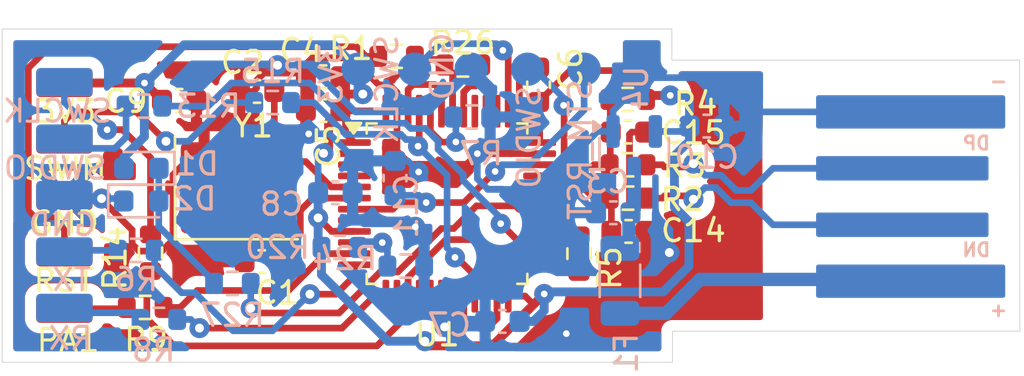
<source format=kicad_pcb>
(kicad_pcb (version 20241229) (generator "pcbnew") (generator_version "9.0")
  (layers (0 "F.Cu" signal "Front") (2 "B.Cu" signal "Back") (13 "F.Paste" user) (15 "B.Paste" user) (5 "F.SilkS" user "F.Silkscreen") (7 "B.SilkS" user "B.Silkscreen") (1 "F.Mask" user) (3 "B.Mask" user) (25 "Edge.Cuts" user))
  (net 0 "")
  (net 1 "/OSC_OUT")
  (net 2 "Earth")
  (net 3 "/OSC_IN?")
  (net 4 "+5V")
  (net 5 "+3V3")
  (net 6 "/STM_RST")
  (net 7 "/USB_N")
  (net 8 "/USB_P")
  (net 9 "Net-(D1-K)")
  (net 10 "/STLINK_RX")
  (net 11 "Net-(J2-Pin_2)")
  (net 12 "/STLINK_TX")
  (net 13 "Net-(J2-Pin_4)")
  (net 14 "Net-(J2-Pin_3)")
  (net 15 "/SWDIO")
  (net 16 "/SWCLK")
  (net 17 "/T_NRST")
  (net 18 "/T_SWDIO_IN")
  (net 19 "/T_JTMS")
  (net 20 "Net-(U1-BOOT0)")
  (net 21 "/T_JTCK")
  (net 22 "/T_SWIM")
  (net 23 "/AIN1")
  (net 24 "Net-(U1-PB5)")
  (net 25 "/LED_STLINK")
  (net 29 "Net-(U1-PB7)")
  (net 32 "/T_JTDI")
  (net 33 "/T_JTDO")
  (net 35 "/T_JRST")
  (net 38 "/T_SWO")
  (net 40 "/PB11")
  (net 42 "Net-(J1-Pin_1)")
  (net 43 "/D+")
  (net 44 "/D-")
  (net 45 "Net-(J2-Pin_10)")
  (net 46 "Net-(J2-Pin_8)")
  (net 47 "Net-(J2-Pin_7)")
  (net 48 "/Pin_navic")
  (net 49 "Net-(J2-Pin_9)")
  (footprint "Resistor_SMD:R_0603_1608Metric" (layer "F.Cu") (at 52.549239 32.799239 180)
    (property "Reference" "R4")
    (property "Value" "1K8")
  )
  (footprint "Capacitor_SMD:C_0603_1608Metric" (layer "F.Cu") (at 38.859239 31.779239 180)
    (property "Reference" "C4")
    (property "Value" "100nF/6v")
  )
  (footprint "Resistor_SMD:R_0603_1608Metric" (layer "F.Cu") (at 45.14 31.25)
    (property "Reference" "R26")
    (property "Value" "220R")
  )
  (footprint "Capacitor_SMD:C_0603_1608Metric" (layer "F.Cu") (at 32.39 32.84)
    (property "Reference" "C9")
    (property "Value" "4.7uF/6v")
  )
  (footprint "Capacitor_SMD:C_0603_1608Metric" (layer "F.Cu") (at 52.59 38.74)
    (property "Reference" "C14")
    (property "Value" "47pF/6v")
  )
  (footprint "Resistor_SMD:R_0603_1608Metric" (layer "F.Cu") (at 30.86 42.16)
    (property "Reference" "R9")
    (property "Value" "100R")
  )
  (footprint "Connector_IDC:Untitled" (layer "F.Cu") (at 30.73 36.56)
    (property "Reference" "J2" (hide yes))
    (property "Value" "Conn_02x05_Odd_Even" (hide yes))
  )
  (footprint "Resistor_SMD:R_0603_1608Metric" (layer "F.Cu") (at 31.1 39.7 90)
    (property "Reference" "R14")
    (property "Value" "100R")
  )
  (footprint "Capacitor_SMD:C_0603_1608Metric" (layer "F.Cu") (at 36.1 40.1)
    (property "Reference" "C1")
    (property "Value" "20pF/6v")
  )
  (footprint "Resistor_SMD:R_0603_1608Metric" (layer "F.Cu") (at 42.159239 30.859239)
    (property "Reference" "R1")
    (property "Value" "100R")
  )
  (footprint "Capacitor_SMD:C_0603_1608Metric" (layer "F.Cu") (at 35.89 32.44)
    (property "Reference" "C2")
    (property "Value" "20pF/6v")
  )
  (footprint "Resistor_SMD:R_0603_1608Metric" (layer "F.Cu") (at 50.36 39.74 -90)
    (property "Reference" "R5")
    (property "Value" "100R")
  )
  (footprint "Capacitor_SMD:C_0603_1608Metric" (layer "F.Cu") (at 38.859239 33.299239 180)
    (property "Reference" "C5")
    (property "Value" "100nF/6v")
  )
  (footprint "Resistor_SMD:R_0603_1608Metric" (layer "F.Cu") (at 52.565 37.24 180)
    (property "Reference" "R2")
    (property "Value" "22R")
  )
  (footprint "Crystal:Crystal_SMD_3225-4Pin_3.2x2.5mm_HandSoldering" (layer "F.Cu") (at 34.96 36.78)
    (property "Reference" "Y1")
    (property "Value" "Crystal_GND24")
  )
  (footprint "Capacitor_SMD:C_0603_1608Metric" (layer "F.Cu") (at 48.54 32.14 90)
    (property "Reference" "C6")
    (property "Value" "100nF/6v")
  )
  (footprint "Package_QFP:LQFP-48_7x7mm_P0.5mm" (layer "F.Cu") (at 44.4275 37.49)
    (property "Reference" "U1")
    (property "Value" "STM32F103CBTx")
  )
  (footprint "Capacitor_SMD:C_0603_1608Metric" (layer "F.Cu") (at 52.559239 34.269239)
    (property "Reference" "C15")
    (property "Value" "47pF/6v")
  )
  (footprint "Resistor_SMD:R_0603_1608Metric" (layer "F.Cu") (at 52.565 35.74 180)
    (property "Reference" "R3")
    (property "Value" "22R")
  )
  (footprint "Resistor_SMD:R_1206_3216Metric" (layer "B.Cu") (at 52.2 40.9625 90)
    (property "Reference" "F1")
    (property "Value" "500mA")
  )
  (footprint "LED_SMD:LED_0603_1608Metric" (layer "B.Cu") (at 30.69 35.9 180)
    (property "Reference" "D1")
    (property "Value" "LED")
  )
  (footprint "Connector_IDC:Untitled_3" (layer "B.Cu") (at 45.43 33.94 -90)
    (property "Reference" "J3" (hide yes))
    (property "Value" "Conn_01x05" (hide yes))
  )
  (footprint "Resistor_SMD:R_0603_1608Metric" (layer "B.Cu") (at 30.46 39.59 180)
    (property "Reference" "R6")
    (property "Value" "100R")
  )
  (footprint "Capacitor_SMD:C_0603_1608Metric" (layer "B.Cu") (at 56.1 34)
    (property "Reference" "C10")
    (property "Value" "100nF/6v")
  )
  (footprint "Resistor_SMD:R_0603_1608Metric" (layer "B.Cu") (at 45.54 33.59)
    (property "Reference" "R7")
    (property "Value" "0")
  )
  (footprint "Resistor_SMD:R_0603_1608Metric" (layer "B.Cu") (at 34.78 41.08)
    (property "Reference" "R27")
    (property "Value" "1K")
  )
  (footprint "Connector_USB:USB_A_PCB_traces_small" (layer "B.Cu") (at 70.115 37.17 180)
    (property "Reference" "J1" (hide yes))
    (property "Value" "Conn_01x04_Pin" (hide yes))
  )
  (footprint "Capacitor_SMD:C_0603_1608Metric" (layer "B.Cu") (at 46.914239 42.789239 180)
    (property "Reference" "C7")
    (property "Value" "100nF/6v")
  )
  (footprint "Capacitor_SMD:C_0603_1608Metric" (layer "B.Cu") (at 42.09 36.34 -90)
    (property "Reference" "C11")
    (property "Value" "100nF/6v")
  )
  (footprint "Resistor_SMD:R_0603_1608Metric" (layer "B.Cu") (at 42.575 40.3 180)
    (property "Reference" "R24")
    (property "Value" "10k")
  )
  (footprint "Capacitor_SMD:C_0603_1608Metric" (layer "B.Cu") (at 51.9 37.9 180)
    (property "Reference" "C3")
    (property "Value" "100nF/6v")
  )
  (footprint "Resistor_SMD:R_0603_1608Metric" (layer "B.Cu") (at 39.609239 39.459239)
    (property "Reference" "R20")
    (property "Value" "10k")
  )
  (footprint "Capacitor_SMD:C_0603_1608Metric" (layer "B.Cu") (at 39.409239 36.999239)
    (property "Reference" "C8")
    (property "Value" "100nF/6v")
  )
  (footprint "Resistor_SMD:R_0603_1608Metric" (layer "B.Cu") (at 31.475 42.7 180)
    (property "Reference" "R8")
    (property "Value" "100R")
  )
  (footprint "Resistor_SMD:R_0603_1608Metric" (layer "B.Cu") (at 36.59 32.94)
    (property "Reference" "R15")
    (property "Value" "100R")
  )
  (footprint "LED_SMD:LED_0603_1608Metric" (layer "B.Cu") (at 30.6825 37.37)
    (property "Reference" "D2")
    (property "Value" "LED")
  )
  (footprint "Package_TO_SOT_SMD:SOT-23" (layer "B.Cu") (at 52.84 35.1775 -90)
    (property "Reference" "U4")
    (property "Value" "MCP1700x-330xxTT")
  )
  (footprint "Resistor_SMD:R_0603_1608Metric" (layer "B.Cu") (at 30.8 33.1 180)
    (property "Reference" "R13")
    (property "Value" "100R")
  )
  (gr_line (start 54.560761 44.630761) (end 24.430761 44.630761) (stroke (width 0.0381)) (layer "Edge.Cuts"))
  (gr_line (start 54.530761 29.630761) (end 24.430761 29.630761) (stroke (width 0.0381)) (layer "Edge.Cuts"))
  (gr_line (start 70.160761 31.030761) (end 70.170761 43.230761) (stroke (width 0.0381)) (layer "Edge.Cuts"))
  (gr_line (start 70.170761 43.230761) (end 54.560761 43.230761) (stroke (width 0.0381)) (layer "Edge.Cuts"))
  (gr_line (start 24.430761 44.630761) (end 24.430761 29.630761) (stroke (width 0.0381)) (layer "Edge.Cuts"))
  (gr_line (start 70.160761 31.030761) (end 54.530761 31.030761) (stroke (width 0.0381)) (layer "Edge.Cuts"))
  (gr_line (start 54.530761 31.030761) (end 54.530761 29.630761) (stroke (width 0.0381)) (layer "Edge.Cuts"))
  (gr_line (start 54.560761 44.630761) (end 54.560761 43.230761) (stroke (width 0.0381)) (layer "Edge.Cuts"))
  (gr_text "SWIM" (at 25.32 36.5 0) (layer "F.SilkS") (effects (font (size 1 1) (thickness 0.14)) (justify left bottom)))
  (gr_text "PA1" (at 25.9 44.230761 0) (layer "F.SilkS") (effects (font (size 1 1) (thickness 0.14)) (justify left bottom)))
  (gr_text "3V3" (at 25.8 33.93 0) (layer "F.SilkS") (effects (font (size 1 1) (thickness 0.14)) (justify left bottom)))
  (gr_text "RST" (at 25.76 41.53 0) (layer "F.SilkS") (effects (font (size 1 1) (thickness 0.14)) (justify left bottom)))
  (gr_text "GND" (at 25.64 38.94 0) (layer "F.SilkS") (effects (font (size 1 1) (thickness 0.14)) (justify left bottom)))
  (gr_text "TX" (at 28.5 41.5 0) (layer "B.SilkS") (effects (font (size 1 1) (thickness 0.14)) (justify left bottom mirror)))
  (gr_text "GND" (at 44.8 29.7 90) (layer "B.SilkS") (effects (font (size 1 1) (thickness 0.14)) (justify left bottom mirror)))
  (gr_text "SWCLK" (at 42.3 29.8 90) (layer "B.SilkS") (effects (font (size 1 1) (thickness 0.14)) (justify left bottom mirror)))
  (gr_text "RX" (at 28.57 44.14 0) (layer "B.SilkS") (effects (font (size 1 1) (thickness 0.14)) (justify left bottom mirror)))
  (gr_text "STM_RST" (at 51 31.8 90) (layer "B.SilkS") (effects (font (size 1 1) (thickness 0.14)) (justify left bottom mirror)))
  (gr_text "SWDIO" (at 29.22 36.47 0) (layer "B.SilkS") (effects (font (size 1 1) (thickness 0.14)) (justify left bottom mirror)))
  (gr_text "SWCLK" (at 29.46 33.91 0) (layer "B.SilkS") (effects (font (size 1 1) (thickness 0.14)) (justify left bottom mirror)))
  (gr_text "SWDIO" (at 48.7 32.1 90) (layer "B.SilkS") (effects (font (size 1 1) (thickness 0.14)) (justify left bottom mirror)))
  (gr_text "3V3" (at 39.8 30.2 90) (layer "B.SilkS") (effects (font (size 1 1) (thickness 0.14)) (justify left bottom mirror)))
  (gr_text "GND" (at 28.75 39.02 0) (layer "B.SilkS") (effects (font (size 1 1) (thickness 0.14)) (justify left bottom mirror)))
  (segment (start 37.46587 39.181) (end 37.833239 38.813631) (width 0.3) (layer "F.Cu") (net 1))
  (segment (start 37.02 40.155) (end 37.02 39.181) (width 0.3) (layer "F.Cu") (net 1))
  (segment (start 33.51 37.93) (end 34.761 39.181) (width 0.3) (layer "F.Cu") (net 1))
  (segment (start 38.392237 37.24) (end 40.265 37.24) (width 0.3) (layer "F.Cu") (net 1))
  (segment (start 34.761 39.181) (end 37.02 39.181) (width 0.3) (layer "F.Cu") (net 1))
  (segment (start 37.833239 38.813631) (end 37.833239 37.798998) (width 0.3) (layer "F.Cu") (net 1))
  (segment (start 37.02 39.181) (end 37.46587 39.181) (width 0.3) (layer "F.Cu") (net 1))
  (segment (start 37.833239 37.798998) (end 38.392237 37.24) (width 0.3) (layer "F.Cu") (net 1))
  (segment (start 45.309239 35.719239) (end 45.788478 35.24) (width 0.3) (layer "F.Cu") (net 2))
  (segment (start 42.706761 38.24) (end 40.265 38.24) (width 0.3) (layer "F.Cu") (net 2))
  (segment (start 33.98 32.84) (end 34.38 32.44) (width 0.3) (layer "F.Cu") (net 2))
  (segment (start 36.809239 31.259239) (end 36.809239 31.564) (width 0.3) (layer "F.Cu") (net 2))
  (segment (start 46.6775 41.6525) (end 46.6775 42.656739) (width 0.3) (layer "F.Cu") (net 2))
  (segment (start 27.35 37.26) (end 27.23 37.14) (width 0.3) (layer "F.Cu") (net 2))
  (segment (start 30.274 39.308774) (end 30.591226 39.626) (width 0.3) (layer "F.Cu") (net 2))
  (segment (start 30.274 38.674) (end 30.274 39.308774) (width 0.3) (layer "F.Cu") (net 2))
  (segment (start 42.769239 35.719239) (end 43.169239 35.719239) (width 0.3) (layer "F.Cu") (net 2))
  (segment (start 38.315 33.44) (end 38.315 31.614) (width 0.3) (layer "F.Cu") (net 2))
  (segment (start 54.419239 39.689239) (end 53.440761 39.689239) (width 0.3) (layer "F.Cu") (net 2))
  (segment (start 45.788478 35.24) (end 45.79 35.24) (width 0.3) (layer "F.Cu") (net 2))
  (segment (start 52.629 38.429) (end 52.94 38.74) (width 0.3) (layer "F.Cu") (net 2))
  (segment (start 36.195178 31.614) (end 35.864 31.945178) (width 0.3) (layer "F.Cu") (net 2))
  (segment (start 36.759239 31.614) (end 36.195178 31.614) (width 0.3) (layer "F.Cu") (net 2))
  (segment (start 38.315 31.614) (end 36.759239 31.614) (width 0.3) (layer "F.Cu") (net 2))
  (segment (start 46.315 43.019239) (end 45.702205 43.019239) (width 0.3) (layer "F.Cu") (net 2))
  (segment (start 32.67 35.63) (end 33.51 35.63) (width 0.3) (layer "F.Cu") (net 2))
  (segment (start 36.41 37.93) (end 36.23 37.93) (width 0.3) (layer "F.Cu") (net 2))
  (segment (start 28.9 37.3) (end 30.274 38.674) (width 0.3) (layer "F.Cu") (net 2))
  (segment (start 44.320392 43.037177) (end 44.33833 43.019239) (width 0.3) (layer "F.Cu") (net 2))
  (segment (start 33.51 34.10148) (end 33.165 33.75648) (width 0.3) (layer "F.Cu") (net 2))
  (segment (start 53.440761 39.689239) (end 53.365 39.765) (width 0.3) (layer "F.Cu") (net 2))
  (segment (start 43 38.533239) (end 42.706761 38.24) (width 0.3) (layer "F.Cu") (net 2))
  (segment (start 38.209239 33.545761) (end 38.315 33.44) (width 0.3) (layer "F.Cu") (net 2))
  (segment (start 52.730761 34.269239) (end 52.629 34.371) (width 0.3) (layer "F.Cu") (net 2))
  (segment (start 40.144465 30.929239) (end 41.360206 32.14498) (width 0.3) (layer "F.Cu") (net 2))
  (segment (start 36.809239 31.564) (end 36.759239 31.614) (width 0.3) (layer "F.Cu") (net 2))
  (segment (start 47.279239 34.708727) (end 47.6785 34.309466) (width 0.3) (layer "F.Cu") (net 2))
  (segment (start 42.1775 35.1275) (end 42.769239 35.719239) (width 0.3) (layer "F.Cu") (net 2))
  (segment (start 47.835 31.365) (end 48.54 31.365) (width 0.3) (layer "F.Cu") (net 2))
  (segment (start 38.209239 34.349239) (end 38.209239 33.545761) (width 0.3) (layer "F.Cu") (net 2))
  (segment (start 47.6785 34.309466) (end 47.6785 31.5215) (width 0.3) (layer "F.Cu") (net 2))
  (segment (start 43.150639 35.737839) (end 43.169239 35.719239) (width 0.3) (layer "F.Cu") (net 2))
  (segment (start 38.084239 31.959239) (end 38.084239 31.215761) (width 0.3) (layer "F.Cu") (net 2))
  (segment (start 46.98 35.24) (end 48.59 35.24) (width 0.3) (layer "F.Cu") (net 2))
  (segment (start 45.1775 43.019239) (end 45.1775 41.6525) (width 0.3) (layer "F.Cu") (net 2))
  (segment (start 35.718478 32.44) (end 35.115 32.44) (width 0.3) (layer "F.Cu") (net 2))
  (segment (start 33.93 35.63) (end 33.51 35.63) (width 0.3) (layer "F.Cu") (net 2))
  (segment (start 47.6785 31.5215) (end 47.835 31.365) (width 0.3) (layer "F.Cu") (net 2))
  (segment (start 28.9 37.26) (end 28.9 37.3) (width 0.3) (layer "F.Cu") (net 2))
  (segment (start 53.09 40.04) (end 50.915 42.215) (width 0.3) (layer "F.Cu") (net 2))
  (segment (start 42.1775 33.3275) (end 42.1775 35.1275) (width 0.3) (layer "F.Cu") (net 2))
  (segment (start 43.150639 36.063383) (end 43.150639 35.737839) (width 0.3) (layer "F.Cu") (net 2))
  (segment (start 50.915 42.215) (end 49.79 43.34) (width 0.3) (layer "F.Cu") (net 2))
  (segment (start 34.38 32.44) (end 35.115 32.44) (width 0.3) (layer "F.Cu") (net 2))
  (segment (start 43.169239 35.719239) (end 45.309239 35.719239) (width 0.3) (layer "F.Cu") (net 2))
  (segment (start 38.370761 30.929239) (end 40.144465 30.929239) (width 0.3) (layer "F.Cu") (net 2))
  (segment (start 53.365 39.765) (end 53.365 38.74) (width 0.3) (layer "F.Cu") (net 2))
  (segment (start 28.9 37.26) (end 27.35 37.26) (width 0.3) (layer "F.Cu") (net 2))
  (segment (start 32.109 36.191) (end 32.67 35.63) (width 0.3) (layer "F.Cu") (net 2))
  (segment (start 32.109 39.125774) (end 32.109 36.191) (width 0.3) (layer "F.Cu") (net 2))
  (segment (start 30.591226 39.626) (end 31.608774 39.626) (width 0.3) (layer "F.Cu") (net 2))
  (segment (start 33.51 35.63) (end 33.51 34.10148) (width 0.3) (layer "F.Cu") (net 2))
  (segment (start 52.94 38.74) (end 53.365 38.74) (width 0.3) (layer "F.Cu") (net 2))
  (segment (start 33.165 32.84) (end 33.98 32.84) (width 0.3) (layer "F.Cu") (net 2))
  (segment (start 47.279239 35.24) (end 47.279239 34.708727) (width 0.3) (layer "F.Cu") (net 2))
  (segment (start 31.867387 39.367387) (end 32.109 39.125774) (width 0.3) (layer "F.Cu") (net 2))
  (segment (start 38.084239 31.215761) (end 38.370761 30.929239) (width 0.3) (layer "F.Cu") (net 2))
  (segment (start 33.165 32.84) (end 33.165 33.75648) (width 0.3) (layer "F.Cu") (net 2))
  (segment (start 45.79 35.24) (end 46.98 35.24) (width 0.3) (layer "F.Cu") (net 2))
  (segment (start 53.09 40.04) (end 53.365 39.765) (width 0.3) (layer "F.Cu") (net 2))
  (segment (start 36.23 37.93) (end 33.93 35.63) (width 0.3) (layer "F.Cu") (net 2))
  (segment (start 35.325 40.1) (end 32.6 40.1) (width 0.3) (layer "F.Cu") (net 2))
  (segment (start 35.864 32.294478) (end 35.718478 32.44) (width 0.3) (layer "F.Cu") (net 2))
  (segment (start 45.702205 43.019239) (end 45.1775 43.019239) (width 0.3) (layer "F.Cu") (net 2))
  (segment (start 41.360206 32.14498) (end 41.837014 32.14498) (width 0.3) (layer "F.Cu") (net 2))
  (segment (start 46.6775 42.656739) (end 46.315 43.019239) (width 0.3) (layer "F.Cu") (net 2))
  (segment (start 41.837014 32.14498) (end 42.1775 32.485466) (width 0.3) (layer "F.Cu") (net 2))
  (segment (start 52.629 34.371) (end 52.629 38.429) (width 0.3) (layer "F.Cu") (net 2))
  (segment (start 32.6 40.1) (end 31.867387 39.367387) (width 0.3) (layer "F.Cu") (net 2))
  (segment (start 31.608774 39.626) (end 31.867387 39.367387) (width 0.3) (layer "F.Cu") (net 2))
  (segment (start 42.1775 32.485466) (end 42.1775 33.3275) (width 0.3) (layer "F.Cu") (net 2))
  (segment (start 53.334239 34.269239) (end 52.730761 34.269239) (width 0.3) (layer "F.Cu") (net 2))
  (segment (start 44.33833 43.019239) (end 45.702205 43.019239) (width 0.3) (layer "F.Cu") (net 2))
  (segment (start 35.864 31.945178) (end 35.864 32.294478) (width 0.3) (layer "F.Cu") (net 2))
  (via (at 44.320392 43.037177) (size 0.9) (drill 0.4) (layers "F.Cu" "B.Cu") (net 2))
  (via (at 43.150639 36.063383) (size 0.9) (drill 0.3) (layers "F.Cu" "B.Cu") (net 2))
  (via (at 45.79 35.24) (size 0.9) (drill 0.3) (layers "F.Cu" "B.Cu") (net 2))
  (via (at 49.79 43.34) (size 0.9) (drill 0.3) (layers "F.Cu" "B.Cu") (net 2))
  (via (at 36.809239 31.259239) (size 0.9) (drill 0.4) (layers "F.Cu" "B.Cu") (net 2))
  (via (at 28.9 37.26) (size 0.9) (drill 0.4) (layers "F.Cu" "B.Cu") (net 2))
  (via (at 38.209239 34.349239) (size 0.9) (drill 0.3) (layers "F.Cu" "B.Cu") (net 2))
  (via (at 54.419239 39.689239) (size 0.9) (drill 0.4) (layers "F.Cu" "B.Cu") (net 2))
  (via (at 43 38.533239) (size 0.9) (drill 0.3) (layers "F.Cu" "B.Cu") (net 2))
  (segment (start 27.23 37.1) (end 27.39 37.26) (width 0.3) (layer "B.Cu") (net 2))
  (segment (start 51.125 37.9) (end 49.34 36.115) (width 0.3) (layer "B.Cu") (net 2))
  (segment (start 43.3 38.833239) (end 43.3 40.2) (width 0.3) (layer "B.Cu") (net 2))
  (segment (start 49.315 36.115) (end 48.580761 36.849239) (width 0.3) (layer "B.Cu") (net 2))
  (segment (start 45.51 31.44) (end 45.51 31.81) (width 0.3) (layer "B.Cu") (net 2))
  (segment (start 29.785 37.26) (end 29.895 37.37) (width 0.3) (layer "B.Cu") (net 2))
  (segment (start 57.715 33.36) (end 57.715 33.885) (width 0.3) (layer "B.Cu") (net 2))
  (segment (start 42.665 35.565) (end 42.09 35.565) (width 0.3) (layer "B.Cu") (net 2))
  (segment (start 57.4 34.2) (end 56.875 34.2) (width 0.3) (layer "B.Cu") (net 2))
  (segment (start 40.7 38.4) (end 40.184239 37.884239) (width 0.3) (layer "B.Cu") (net 2))
  (segment (start 51.89 33.31) (end 51.89 34.24) (width 0.3) (layer "B.Cu") (net 2))
  (segment (start 46.415 32.715) (end 46.415 34.637052) (width 0.3) (layer "B.Cu") (net 2))
  (segment (start 57.715 33.36) (end 56.174 31.819) (width 0.3) (layer "B.Cu") (net 2))
  (segment (start 43.589761 33.360239) (end 40.311309 33.360239) (width 0.3) (layer "B.Cu") (net 2))
  (segment (start 27.66 37.26) (end 27.5 37.1) (width 0.3) (layer "B.Cu") (net 2))
  (segment (start 43.150639 36.050639) (end 42.665 35.565) (width 0.3) (layer "B.Cu") (net 2))
  (segment (start 45.789 35.263052) (end 45.789 36.371786) (width 0.3) (layer "B.Cu") (net 2))
  (segment (start 43 38.533239) (end 43.3 38.833239) (width 0.3) (layer "B.Cu") (net 2))
  (segment (start 40.184239 37.884239) (end 40.184239 36.999239) (width 0.3) (layer "B.Cu") (net 2))
  (segment (start 46.139239 43.539239) (end 46.139239 42.789239) (width 0.3) (layer "B.Cu") (net 2))
  (segment (start 51.19 34.24) (end 49.315 36.115) (width 0.3) (layer "B.Cu") (net 2))
  (segment (start 38.209239 34.349239) (end 39.140719 34.349239) (width 0.3) (layer "B.Cu") (net 2))
  (segment (start 45.51 31.81) (end 46.415 32.715) (width 0.3) (layer "B.Cu") (net 2))
  (segment (start 46.266453 36.849239) (end 46.258214 36.841) (width 0.3) (layer "B.Cu") (net 2))
  (segment (start 45.839478 43.089) (end 46.139239 42.789239) (width 0.3) (layer "B.Cu") (net 2))
  (segment (start 56.174 31.819) (end 53.381 31.819) (width 0.3) (layer "B.Cu") (net 2))
  (segment (start 27.39 37.26) (end 29.785 37.26) (width 0.3) (layer "B.Cu") (net 2))
  (segment (start 44.320392 43.037177) (end 44.372215 43.089) (width 0.3) (layer "B.Cu") (net 2))
  (segment (start 46.921786 36.841) (end 46.258214 36.841) (width 0.3) (layer "B.Cu") (net 2))
  (segment (start 57.715 33.885) (end 57.4 34.2) (width 0.3) (layer "B.Cu") (net 2))
  (segment (start 65.265 33.36) (end 57.715 33.36) (width 0.3) (layer "B.Cu") (net 2))
  (segment (start 39.140719 34.349239) (end 40.35648 35.565) (width 0.3) (layer "B.Cu") (net 2))
  (segment (start 40.35648 35.565) (end 42.09 35.565) (width 0.3) (layer "B.Cu") (net 2))
  (segment (start 49.34 36.115) (end 49.315 36.115) (width 0.3) (layer "B.Cu") (net 2))
  (segment (start 44.372215 43.089) (end 45.839478 43.089) (width 0.3) (layer "B.Cu") (net 2))
  (segment (start 45.789 36.371786) (end 46.258214 36.841) (width 0.3) (layer "B.Cu") (net 2))
  (segment (start 43.150639 36.063383) (end 43.150639 36.050639) (width 0.3) (layer "B.Cu") (net 2))
  (segment (start 49.79 43.34) (end 49.23 43.9) (width 0.3) (layer "B.Cu") (net 2))
  (segment (start 48.580761 36.849239) (end 46.266453 36.849239) (width 0.3) (layer "B.Cu") (net 2))
  (segment (start 49.23 43.9) (end 46.5 43.9) (width 0.3) (layer "B.Cu") (net 2))
  (segment (start 42.9 38.4) (end 40.7 38.4) (width 0.3) (layer "B.Cu") (net 2))
  (segment (start 53.381 31.819) (end 51.89 33.31) (width 0.3) (layer "B.Cu") (net 2))
  (segment (start 45.51 31.44) (end 43.589761 33.360239) (width 0.3) (layer "B.Cu") (net 2))
  (segment (start 51.89 34.24) (end 51.19 34.24) (width 0.3) (layer "B.Cu") (net 2))
  (segment (start 38.210309 31.259239) (end 36.809239 31.259239) (width 0.3) (layer "B.Cu") (net 2))
  (segment (start 40.311309 33.360239) (end 38.210309 31.259239) (width 0.3) (layer "B.Cu") (net 2))
  (segment (start 46.415 34.637052) (end 45.789 35.263052) (width 0.3) (layer "B.Cu") (net 2))
  (segment (start 27.5 37.1) (end 27.23 37.1) (width 0.3) (layer "B.Cu") (net 2))
  (segment (start 43.3 40.2) (end 43.4 40.3) (width 0.3) (layer "B.Cu") (net 2))
  (segment (start 43 38.533239) (end 43 38.5) (width 0.3) (layer "B.Cu") (net 2))
  (segment (start 43 38.5) (end 42.9 38.4) (width 0.3) (layer "B.Cu") (net 2))
  (segment (start 46.5 43.9) (end 46.139239 43.539239) (width 0.3) (layer "B.Cu") (net 2))
  (segment (start 36.72 35.6) (end 36.665 35.545) (width 0.3) (layer "F.Cu") (net 3))
  (segment (start 39.22 36.74) (end 38.08 35.6) (width 0.3) (layer "F.Cu") (net 3))
  (segment (start 38.08 35.6) (end 36.72 35.6) (width 0.3) (layer "F.Cu") (net 3))
  (segment (start 36.665 35.545) (end 36.665 32.44) (width 0.3) (layer "F.Cu") (net 3))
  (segment (start 40.265 36.74) (end 39.22 36.74) (width 0.3) (layer "F.Cu") (net 3))
  (segment (start 52.6 37.975) (end 52.675 37.9) (width 0.6) (layer "B.Cu") (net 4))
  (segment (start 52.6 39.1) (end 52.6 37.975) (width 0.6) (layer "B.Cu") (net 4))
  (segment (start 52.84 36.115) (end 52.84 37.735) (width 0.6) (layer "B.Cu") (net 4))
  (segment (start 52.2 39.5) (end 52.6 39.1) (width 0.6) (layer "B.Cu") (net 4))
  (segment (start 52.84 37.735) (end 52.675 37.9) (width 0.6) (layer "B.Cu") (net 4))
  (segment (start 48.794239 41.554239) (end 48.794239 41.569761) (width 0.4) (layer "F.Cu") (net 5))
  (segment (start 31.379239 32.609239) (end 31.384239 32.609239) (width 0.4) (layer "F.Cu") (net 5))
  (segment (start 43.428315 43.680761) (end 43.635731 43.888177) (width 0.4) (layer "F.Cu") (net 5))
  (segment (start 39.865 33.44) (end 39.865 34.34) (width 0.3) (layer "F.Cu") (net 5))
  (segment (start 53.553478 32.62) (end 53.374239 32.799239) (width 0.4) (layer "F.Cu") (net 5))
  (segment (start 40.265 38.74) (end 39.243455 38.74) (width 0.3) (layer "F.Cu") (net 5))
  (segment (start 39.243455 38.74) (end 38.634239 38.130784) (width 0.3) (layer "F.Cu") (net 5))
  (segment (start 48.59 32.965) (end 48.54 32.915) (width 0.3) (layer "F.Cu") (net 5))
  (segment (start 39.89 33.315) (end 41.665 33.315) (width 0.3) (layer "F.Cu") (net 5))
  (segment (start 39.865 33.29) (end 39.89 33.315) (width 0.3) (layer "F.Cu") (net 5))
  (segment (start 31.384239 32.609239) (end 31.615 32.84) (width 0.4) (layer "F.Cu") (net 5))
  (segment (start 43.635731 43.888177) (end 46.460301 43.888177) (width 0.4) (layer "F.Cu") (net 5))
  (segment (start 39.104239 33.829239) (end 39.104239 34.996242) (width 0.4) (layer "F.Cu") (net 5))
  (segment (start 52.8 31.5) (end 53.374239 32.074239) (width 0.3) (layer "F.Cu") (net 5))
  (segment (start 48.54 32.915) (end 48.685 32.915) (width 0.3) (layer "F.Cu") (net 5))
  (segment (start 40.643095 32.559239) (end 39.865 32.559239) (width 0.4) (layer "F.Cu") (net 5))
  (segment (start 46.460301 43.888177) (end 48.794239 41.554239) (width 0.4) (layer "F.Cu") (net 5))
  (segment (start 54.46 32.62) (end 53.553478 32.62) (width 0.4) (layer "F.Cu") (net 5))
  (segment (start 47.1775 41.6525) (end 47.9375 41.6525) (width 0.3) (layer "F.Cu") (net 5))
  (segment (start 39.865 34.34) (end 40.265 34.74) (width 0.3) (layer "F.Cu") (net 5))
  (segment (start 30.83 32.06) (end 31.379239 32.609239) (width 0.4) (layer "F.Cu") (net 5))
  (segment (start 47.9375 41.6525) (end 48.274239 41.989239) (width 0.3) (layer "F.Cu") (net 5))
  (segment (start 48.59 34.74) (end 48.59 32.965) (width 0.3) (layer "F.Cu") (net 5))
  (segment (start 53.374239 32.074239) (end 53.374239 32.799239) (width 0.3) (layer "F.Cu") (net 5))
  (segment (start 30.83 32.06) (end 27.23 32.06) (width 0.4) (layer "F.Cu") (net 5))
  (segment (start 41.665 33.315) (end 41.6775 33.3275) (width 0.3) (layer "F.Cu") (net 5))
  (segment (start 39.39 38.74) (end 39.384239 38.734239) (width 0.3) (layer "F.Cu") (net 5))
  (segment (start 48.54 32.915) (end 49.955 31.5) (width 0.3) (layer "F.Cu") (net 5))
  (segment (start 39.104239 34.996242) (end 38.8775 35.222981) (width 0.4) (layer "F.Cu") (net 5))
  (segment (start 40.265 38.74) (end 39.39 38.74) (width 0.3) (layer "F.Cu") (net 5))
  (segment (start 39.104239 33.829239) (end 39.634239 33.299239) (width 0.4) (layer "F.Cu") (net 5))
  (segment (start 49.955 31.5) (end 52.8 31.5) (width 0.3) (layer "F.Cu") (net 5))
  (segment (start 39.865 31.94) (end 39.865 32.559239) (width 0.4) (layer "F.Cu") (net 5))
  (segment (start 39.865 32.559239) (end 39.865 33.29) (width 0.4) (layer "F.Cu") (net 5))
  (via (at 40.643095 32.559239) (size 0.9) (drill 0.4) (layers "F.Cu" "B.Cu") (net 5))
  (via (at 38.8775 35.222981) (size 0.9) (drill 0.4) (layers "F.Cu" "B.Cu") (net 5))
  (via (at 43.428315 43.680761) (size 0.9) (drill 0.4) (layers "F.Cu" "B.Cu") (net 5))
  (via (at 54.46 32.62) (size 0.9) (drill 0.3) (layers "F.Cu" "B.Cu") (net 5))
  (via (at 30.83 32.06) (size 0.9) (drill 0.3) (layers "F.Cu" "B.Cu") (net 5))
  (via (at 48.794239 41.554239) (size 0.9) (drill 0.3) (layers "F.Cu" "B.Cu") (net 5))
  (via (at 38.634239 38.130784) (size 0.9) (drill 0.4) (layers "F.Cu" "B.Cu") (net 5))
  (segment (start 53.79 34.24) (end 55.285 34.24) (width 0.3) (layer "B.Cu") (net 5))
  (segment (start 55.2 32.6) (end 55.325 32.725) (width 0.4) (layer "B.Cu") (net 5))
  (segment (start 43.428315 43.680761) (end 43.072282 43.680761) (width 0.4) (layer "B.Cu") (net 5))
  (segment (start 55.3 38.293496) (end 54.649 37.642496) (width 0.4) (layer "B.Cu") (net 5))
  (segment (start 40.43 32.346144) (end 40.643095 32.559239) (width 0.4) (layer "B.Cu") (net 5))
  (segment (start 54.649 37.642496) (end 54.649 35.337504) (width 0.4) (layer "B.Cu") (net 5))
  (segment (start 48.794239 41.554239) (end 48.794239 42.305761) (width 0.4) (layer "B.Cu") (net 5))
  (segment (start 30.824 34.476) (end 29.9025 35.3975) (width 0.4) (layer "B.Cu") (net 5))
  (segment (start 38.772355 36.861123) (end 38.634239 36.999239) (width 0.4) (layer "B.Cu") (net 5))
  (segment (start 39.331 30.341) (end 40.43 31.44) (width 0.4) (layer "B.Cu") (net 5))
  (segment (start 38.784239 40.689723) (end 38.784239 39.459239) (width 0.4) (layer "B.Cu") (net 5))
  (segment (start 48.310761 42.789239) (end 47.689239 42.789239) (width 0.4) (layer "B.Cu") (net 5))
  (segment (start 55.161 34.839) (end 55.325 34.675) (width 0.4) (layer "B.Cu") (net 5))
  (segment (start 48.794239 42.305761) (end 48.310761 42.789239) (width 0.4) (layer "B.Cu") (net 5))
  (segment (start 38.634239 38.130784) (end 38.634239 39.309239) (width 0.4) (layer "B.Cu") (net 5))
  (segment (start 54.1385 41.4615) (end 55.3 40.3) (width 0.4) (layer "B.Cu") (net 5))
  (segment (start 38.634239 35.466242) (end 38.634239 36.999239) (width 0.3) (layer "B.Cu") (net 5))
  (segment (start 38.634239 38.130784) (end 38.634239 36.999239) (width 0.4) (layer "B.Cu") (net 5))
  (segment (start 48.886978 41.4615) (end 54.1385 41.4615) (width 0.4) (layer "B.Cu") (net 5))
  (segment (start 38.634239 39.309239) (end 38.784239 39.459239) (width 0.3) (layer "B.Cu") (net 5))
  (segment (start 30.888478 32.06) (end 32.607478 30.341) (width 0.4) (layer "B.Cu") (net 5))
  (segment (start 48.794239 41.554239) (end 48.886978 41.4615) (width 0.4) (layer "B.Cu") (net 5))
  (segment (start 38.859239 36.774239) (end 38.634239 36.999239) (width 0.3) (layer "B.Cu") (net 5))
  (segment (start 55.285 34.24) (end 55.325 34.2) (width 0.3) (layer "B.Cu") (net 5))
  (segment (start 43.072282 43.680761) (end 43.072281 43.680762) (width 0.4) (layer "B.Cu") (net 5))
  (segment (start 55.3 40.3) (end 55.3 38.293496) (width 0.4) (layer "B.Cu") (net 5))
  (segment (start 30.83 32.06) (end 30.824 32.066) (width 0.4) (layer "B.Cu") (net 5))
  (segment (start 54.46 32.62) (end 55.18 32.62) (width 0.4) (layer "B.Cu") (net 5))
  (segment (start 29.9025 35.3975) (end 29.9025 35.9) (width 0.4) (layer "B.Cu") (net 5))
  (segment (start 54.649 35.337504) (end 55.147504 34.839) (width 0.4) (layer "B.Cu") (net 5))
  (segment (start 30.83 32.06) (end 30.888478 32.06) (width 0.4) (layer "B.Cu") (net 5))
  (segment (start 55.325 34.675) (end 55.325 34) (width 0.4) (layer "B.Cu") (net 5))
  (segment (start 43.072281 43.680762) (end 41.775278 43.680762) (width 0.4) (layer "B.Cu") (net 5))
  (segment (start 55.18 32.62) (end 55.2 32.6) (width 0.4) (layer "B.Cu") (net 5))
  (segment (start 29.804519 35.802019) (end 29.9025 35.9) (width 0.4) (layer "B.Cu") (net 5))
  (segment (start 55.147504 34.839) (end 55.161 34.839) (width 0.4) (layer "B.Cu") (net 5))
  (segment (start 55.325 32.725) (end 55.325 34.2) (width 0.4) (layer "B.Cu") (net 5))
  (segment (start 41.775278 43.680762) (end 38.784239 40.689723) (width 0.4) (layer "B.Cu") (net 5))
  (segment (start 40.43 31.44) (end 40.43 32.346144) (width 0.4) (layer "B.Cu") (net 5))
  (segment (start 30.824 32.066) (end 30.824 34.476) (width 0.4) (layer "B.Cu") (net 5))
  (segment (start 32.607478 30.341) (end 39.331 30.341) (width 0.4) (layer "B.Cu") (net 5))
  (segment (start 38.8775 35.222981) (end 38.634239 35.466242) (width 0.3) (layer "B.Cu") (net 5))
  (segment (start 42.287915 37.442085) (end 41.99 37.74) (width 0.3) (layer "F.Cu") (net 6))
  (segment (start 41.99 37.74) (end 40.265 37.74) (width 0.3) (layer "F.Cu") (net 6))
  (segment (start 43.49 37.442085) (end 42.287915 37.442085) (width 0.3) (layer "F.Cu") (net 6))
  (segment (start 45.187915 37.442085) (end 43.49 37.442085) (width 0.3) (layer "F.Cu") (net 6))
  (segment (start 46.59 36.04) (end 45.187915 37.442085) (width 0.3) (layer "F.Cu") (net 6))
  (via (at 46.59 36.04) (size 0.9) (drill 0.3) (layers "F.Cu" "B.Cu") (net 6))
  (via (at 43.49 37.442085) (size 0.9) (drill 0.3) (layers "F.Cu" "B.Cu") (net 6))
  (segment (start 43.49 37.442085) (end 43.162915 37.115) (width 0.3) (layer "B.Cu") (net 6))
  (segment (start 50.589239 33.273547) (end 50.589239 31.440761) (width 0.3) (layer "B.Cu") (net 6))
  (segment (start 46.59 36.04) (end 46.89 35.74) (width 0.3) (layer "B.Cu") (net 6))
  (segment (start 48.122786 35.74) (end 50.589239 33.273547) (width 0.3) (layer "B.Cu") (net 6))
  (segment (start 43.162915 37.115) (end 42.09 37.115) (width 0.3) (layer "B.Cu") (net 6))
  (segment (start 50.589239 31.440761) (end 50.59 31.44) (width 0.3) (layer "B.Cu") (net 6))
  (segment (start 46.89 35.74) (end 48.122786 35.74) (width 0.3) (layer "B.Cu") (net 6))
  (segment (start 50.627499 36.84) (end 51.027499 37.24) (width 0.3) (layer "F.Cu") (net 7))
  (segment (start 48.59 36.74) (end 49.696251 36.74) (width 0.3) (layer "F.Cu") (net 7))
  (segment (start 51.027499 37.24) (end 51.74 37.24) (width 0.3) (layer "F.Cu") (net 7))
  (segment (start 51.815 38.74) (end 51.815 37.315) (width 0.3) (layer "F.Cu") (net 7))
  (segment (start 49.796251 36.84) (end 50.627499 36.84) (width 0.3) (layer "F.Cu") (net 7))
  (segment (start 51.815 37.315) (end 51.74 37.24) (width 0.3) (layer "F.Cu") (net 7))
  (segment (start 49.696251 36.74) (end 49.796251 36.84) (width 0.3) (layer "F.Cu") (net 7))
  (segment (start 51.765 32.73) (end 51.765 35.715) (width 0.3) (layer "F.Cu") (net 8))
  (segment (start 51.765 35.715) (end 51.74 35.74) (width 0.3) (layer "F.Cu") (net 8))
  (segment (start 49.929885 36.006366) (end 50.096251 35.84) (width 0.3) (layer "F.Cu") (net 8))
  (segment (start 49.696251 36.24) (end 49.929885 36.006366) (width 0.3) (layer "F.Cu") (net 8))
  (segment (start 50.096251 35.84) (end 50.728758 35.84) (width 0.3) (layer "F.Cu") (net 8))
  (segment (start 50.728758 35.84) (end 50.927499 35.84) (width 0.3) (layer "F.Cu") (net 8))
  (segment (start 51.027499 35.74) (end 51.74 35.74) (width 0.3) (layer "F.Cu") (net 8))
  (segment (start 48.59 36.24) (end 49.696251 36.24) (width 0.3) (layer "F.Cu") (net 8))
  (segment (start 50.927499 35.84) (end 51.027499 35.74) (width 0.3) (layer "F.Cu") (net 8))
  (segment (start 31.47 37.37) (end 31.47 35.9075) (width 0.3) (layer "B.Cu") (net 9))
  (segment (start 31.47 35.9075) (end 31.4775 35.9) (width 0.3) (layer "B.Cu") (net 9))
  (segment (start 31.47 38.515226) (end 33.955 41.000226) (width 0.3) (layer "B.Cu") (net 9))
  (segment (start 33.955 41.000226) (end 33.955 41.08) (width 0.3) (layer "B.Cu") (net 9))
  (segment (start 31.47 37.37) (end 31.47 38.515226) (width 0.3) (layer "B.Cu") (net 9))
  (segment (start 33.3 43.091) (end 39.709 43.091) (width 0.3) (layer "F.Cu") (net 10))
  (segment (start 39.709 43.091) (end 41.1475 41.6525) (width 0.3) (layer "F.Cu") (net 10))
  (segment (start 41.1475 41.6525) (end 41.6775 41.6525) (width 0.3) (layer "F.Cu") (net 10))
  (via (at 33.3 43.091) (size 0.9) (drill 0.4) (layers "F.Cu" "B.Cu") (net 10))
  (segment (start 32.909 42.7) (end 33.3 43.091) (width 0.3) (layer "B.Cu") (net 10))
  (segment (start 32.3 42.7) (end 32.909 42.7) (width 0.3) (layer "B.Cu") (net 10))
  (segment (start 29.15231 34.160686) (end 29.840686 34.160686) (width 0.3) (layer "F.Cu") (net 11))
  (segment (start 29.15 34.162996) (end 29.15231 34.160686) (width 0.3) (layer "F.Cu") (net 11))
  (segment (start 29.840686 34.160686) (end 31.1 35.42) (width 0.3) (layer "F.Cu") (net 11))
  (segment (start 31.1 35.42) (end 31.1 38.875) (width 0.3) (layer "F.Cu") (net 11))
  (via (at 29.15 34.162996) (size 0.9) (drill 0.3) (layers "F.Cu" "B.Cu") (net 11))
  (segment (start 29.125762 34.160686) (end 28.539076 33.574) (width 0.3) (layer "B.Cu") (net 11))
  (segment (start 29.14769 34.160686) (end 29.125762 34.160686) (width 0.3) (layer "B.Cu") (net 11))
  (segment (start 29.15 34.162996) (end 29.14769 34.160686) (width 0.3) (layer "B.Cu") (net 11))
  (segment (start 28.539076 33.574) (end 27.874 33.574) (width 0.3) (layer "B.Cu") (net 11))
  (segment (start 27.23 32.93) (end 27.23 32.02) (width 0.3) (layer "B.Cu") (net 11))
  (segment (start 27.874 33.574) (end 27.23 32.93) (width 0.3) (layer "B.Cu") (net 11))
  (segment (start 39.435949 41.565686) (end 40.265 40.736635) (width 0.3) (layer "F.Cu") (net 12))
  (segment (start 40.265 40.736635) (end 40.265 40.24) (width 0.3) (layer "F.Cu") (net 12))
  (segment (start 38.265686 41.565686) (end 39.435949 41.565686) (width 0.3) (layer "F.Cu") (net 12))
  (via (at 38.265686 41.565686) (size 0.9) (drill 0.4) (layers "F.Cu" "B.Cu") (net 12))
  (segment (start 36.587903 43.212097) (end 34.812097 43.212097) (width 0.3) (layer "B.Cu") (net 12))
  (segment (start 38.265686 41.565686) (end 38.234314 41.565686) (width 0.3) (layer "B.Cu") (net 12))
  (segment (start 33.1 41.5) (end 32.5 41.5) (width 0.3) (layer "B.Cu") (net 12))
  (segment (start 32.5 41.5) (end 31.285 40.285) (width 0.3) (layer "B.Cu") (net 12))
  (segment (start 34.812097 43.212097) (end 33.1 41.5) (width 0.3) (layer "B.Cu") (net 12))
  (segment (start 38.234314 41.565686) (end 36.587903 43.212097) (width 0.3) (layer "B.Cu") (net 12))
  (segment (start 31.285 40.285) (end 31.285 39.59) (width 0.3) (layer "B.Cu") (net 12))
  (segment (start 30.001 34.499) (end 29.498981 35.001019) (width 0.3) (layer "B.Cu") (net 13))
  (segment (start 29.498981 35.001019) (end 27.671019 35.001019) (width 0.3) (layer "B.Cu") (net 13))
  (segment (start 27.671019 35.001019) (end 27.23 34.56) (width 0.3) (layer "B.Cu") (net 13))
  (segment (start 30.001 33.126) (end 30.001 34.499) (width 0.3) (layer "B.Cu") (net 13))
  (segment (start 29.975 33.1) (end 30.001 33.126) (width 0.3) (layer "B.Cu") (net 13))
  (segment (start 31.794816 34.684239) (end 30.470263 33.359686) (width 0.3) (layer "F.Cu") (net 14))
  (segment (start 27.23 33.77) (end 27.23 34.6) (width 0.3) (layer "F.Cu") (net 14))
  (segment (start 30.470263 33.359686) (end 27.640314 33.359686) (width 0.3) (layer "F.Cu") (net 14))
  (segment (start 27.640314 33.359686) (end 27.23 33.77) (width 0.3) (layer "F.Cu") (net 14))
  (via (at 31.794816 34.684239) (size 0.9) (drill 0.4) (layers "F.Cu" "B.Cu") (net 14))
  (segment (start 34.56 32.94) (end 32.815761 34.684239) (width 0.3) (layer "B.Cu") (net 14))
  (segment (start 32.815761 34.684239) (end 31.794816 34.684239) (width 0.3) (layer "B.Cu") (net 14))
  (segment (start 35.765 32.94) (end 34.56 32.94) (width 0.3) (layer "B.Cu") (net 14))
  (segment (start 49.432034 35.74) (end 48.59 35.74) (width 0.3) (layer "F.Cu") (net 15))
  (segment (start 49.665 33.066416) (end 49.69 33.091417) (width 0.3) (layer "F.Cu") (net 15))
  (segment (start 49.69 33.091417) (end 49.69 35.482034) (width 0.3) (layer "F.Cu") (net 15))
  (segment (start 49.69 35.482034) (end 49.432034 35.74) (width 0.3) (layer "F.Cu") (net 15))
  (via (at 49.665 33.066416) (size 0.9) (drill 0.3) (layers "F.Cu" "B.Cu") (net 15))
  (segment (start 47.829 31.89605) (end 47.829 30.98395) (width 0.3) (layer "B.Cu") (net 15))
  (segment (start 49.664999 33.066415) (end 49.664999 32.734999) (width 0.3) (layer "B.Cu") (net 15))
  (segment (start 49.665 33.066416) (end 49.664999 33.066415) (width 0.3) (layer "B.Cu") (net 15))
  (segment (start 48.37 31.44) (end 48.05 31.44) (width 0.3) (layer "B.Cu") (net 15))
  (segment (start 49.664999 32.734999) (end 48.37 31.44) (width 0.3) (layer "B.Cu") (net 15))
  (segment (start 46.937569 30.59) (end 47.1775 30.829931) (width 0.3) (layer "F.Cu") (net 16))
  (segment (start 47.1775 30.829931) (end 47.1775 33.3275) (width 0.3) (layer "F.Cu") (net 16))
  (via (at 46.937569 30.59) (size 0.9) (drill 0.3) (layers "F.Cu" "B.Cu") (net 16))
  (segment (start 44.119 30.291) (end 42.97 31.44) (width 0.3) (layer "B.Cu") (net 16))
  (segment (start 46.937569 30.59) (end 46.638569 30.291) (width 0.3) (layer "B.Cu") (net 16))
  (segment (start 46.638569 30.291) (end 44.119 30.291) (width 0.3) (layer "B.Cu") (net 16))
  (segment (start 43.075 31) (end 42.965 31.11) (width 0.3) (layer "F.Cu") (net 17))
  (segment (start 44.065 31) (end 43.075 31) (width 0.3) (layer "F.Cu") (net 17))
  (segment (start 44.6775 31.6125) (end 44.315 31.25) (width 0.3) (layer "F.Cu") (net 17))
  (segment (start 44.6775 33.3275) (end 44.6775 31.6125) (width 0.3) (layer "F.Cu") (net 17))
  (segment (start 44.315 31.25) (end 44.065 31) (width 0.3) (layer "F.Cu") (net 17))
  (segment (start 48.59 40.24) (end 50.065 40.24) (width 0.3) (layer "F.Cu") (net 18))
  (segment (start 50.065 40.24) (end 50.39 40.565) (width 0.3) (layer "F.Cu") (net 18))
  (segment (start 50.39 40.565) (end 50.39 40.365) (width 0.3) (layer "F.Cu") (net 18))
  (segment (start 47.69 39.24) (end 48.59 39.24) (width 0.3) (layer "F.Cu") (net 19))
  (segment (start 50.065 39.24) (end 50.39 38.915) (width 0.3) (layer "F.Cu") (net 19))
  (segment (start 48.59 39.24) (end 50.065 39.24) (width 0.3) (layer "F.Cu") (net 19))
  (segment (start 46.84 38.39) (end 47.69 39.24) (width 0.3) (layer "F.Cu") (net 19))
  (via (at 46.84 38.39) (size 0.9) (drill 0.3) (layers "F.Cu" "B.Cu") (net 19))
  (segment (start 43.4561 34.104686) (end 42.792528 34.104686) (width 0.3) (layer "B.Cu") (net 19))
  (segment (start 38.259239 32.059239) (end 34.734239 32.059239) (width 0.3) (layer "B.Cu") (net 19))
  (segment (start 43.925314 34.575314) (end 43.925314 34.5739) (width 0.3) (layer "B.Cu") (net 19))
  (segment (start 42.792528 34.104686) (end 42.557081 33.869239) (width 0.3) (layer "B.Cu") (net 19))
  (segment (start 42.557081 33.869239) (end 40.07776 33.869239) (width 0.3) (layer "B.Cu") (net 19))
  (segment (start 45.16 36.179338) (end 44.024161 35.043499) (width 0.3) (layer "B.Cu") (net 19))
  (segment (start 45.16 36.46) (end 45.16 36.179338) (width 0.3) (layer "B.Cu") (net 19))
  (segment (start 38.639 32.439) (end 38.259239 32.059239) (width 0.3) (layer "B.Cu") (net 19))
  (segment (start 44.024161 34.674161) (end 43.925314 34.575314) (width 0.3) (layer "B.Cu") (net 19))
  (segment (start 38.647521 32.439) (end 38.639 32.439) (width 0.3) (layer "B.Cu") (net 19))
  (segment (start 46.84 38.39) (end 46.84 38.14) (width 0.3) (layer "B.Cu") (net 19))
  (segment (start 33.693478 33.1) (end 31.625 33.1) (width 0.3) (layer "B.Cu") (net 19))
  (segment (start 43.925314 34.5739) (end 43.4561 34.104686) (width 0.3) (layer "B.Cu") (net 19))
  (segment (start 40.07776 33.869239) (end 38.647521 32.439) (width 0.3) (layer "B.Cu") (net 19))
  (segment (start 34.734239 32.059239) (end 33.693478 33.1) (width 0.3) (layer "B.Cu") (net 19))
  (segment (start 46.84 38.14) (end 45.16 36.46) (width 0.3) (layer "B.Cu") (net 19))
  (segment (start 44.024161 35.043499) (end 44.024161 34.674161) (width 0.3) (layer "B.Cu") (net 19))
  (segment (start 44.817635 34.719239) (end 44.825161 34.711713) (width 0.3) (layer "F.Cu") (net 20))
  (segment (start 43.6775 34.2275) (end 44.169239 34.719239) (width 0.3) (layer "F.Cu") (net 20))
  (segment (start 44.169239 34.719239) (end 44.817635 34.719239) (width 0.3) (layer "F.Cu") (net 20))
  (segment (start 43.6775 33.3275) (end 43.6775 34.2275) (width 0.3) (layer "F.Cu") (net 20))
  (via (at 44.825161 34.711713) (size 0.9) (drill 0.3) (layers "F.Cu" "B.Cu") (net 20))
  (segment (start 44.825161 34.711713) (end 44.825161 33.400161) (width 0.3) (layer "B.Cu") (net 20))
  (segment (start 44.825161 33.400161) (end 44.665 33.24) (width 0.3) (layer "B.Cu") (net 20))
  (segment (start 48.59 39.74) (end 46.49 39.74) (width 0.3) (layer "F.Cu") (net 21))
  (segment (start 44.378727 39.109239) (end 42.6775 40.810466) (width 0.3) (layer "F.Cu") (net 21))
  (segment (start 46.49 39.74) (end 45.859239 39.109239) (width 0.3) (layer "F.Cu") (net 21))
  (segment (start 42.6775 40.810466) (end 42.6775 41.6525) (width 0.3) (layer "F.Cu") (net 21))
  (segment (start 42.6775 42.494534) (end 41.281034 43.891) (width 0.3) (layer "F.Cu") (net 21))
  (segment (start 41.281034 43.891) (end 32.156226 43.891) (width 0.3) (layer "F.Cu") (net 21))
  (segment (start 45.859239 39.109239) (end 44.378727 39.109239) (width 0.3) (layer "F.Cu") (net 21))
  (segment (start 30.934 40.691) (end 31.1 40.525) (width 0.3) (layer "F.Cu") (net 21))
  (segment (start 32.156226 43.891) (end 30.934 42.668774) (width 0.3) (layer "F.Cu") (net 21))
  (segment (start 42.6775 41.6525) (end 42.6775 42.494534) (width 0.3) (layer "F.Cu") (net 21))
  (segment (start 30.934 42.668774) (end 30.934 40.691) (width 0.3) (layer "F.Cu") (net 21))
  (segment (start 43.1775 34.8525) (end 43.1775 33.3275) (width 0.3) (layer "F.Cu") (net 22))
  (segment (start 43.124314 34.905686) (end 43.1775 34.8525) (width 0.3) (layer "F.Cu") (net 22))
  (segment (start 44.784669 39.909239) (end 44.859239 39.909239) (width 0.3) (layer "F.Cu") (net 22))
  (segment (start 44.859239 39.909239) (end 45.6775 40.7275) (width 0.3) (layer "F.Cu") (net 22))
  (segment (start 45.6775 40.7275) (end 45.6775 41.6525) (width 0.3) (layer "F.Cu") (net 22))
  (via (at 43.124314 34.905686) (size 0.9) (drill 0.3) (layers "F.Cu" "B.Cu") (net 22))
  (via (at 44.784669 39.909239) (size 0.9) (drill 0.3) (layers "F.Cu" "B.Cu") (net 22))
  (segment (start 38.44 32.94) (end 37.415 32.94) (width 0.3) (layer "B.Cu") (net 22))
  (segment (start 44.784669 39.834669) (end 44.429239 39.479239) (width 0.3) (layer "B.Cu") (net 22))
  (segment (start 44.429239 39.479239) (end 44.429239 36.210611) (width 0.3) (layer "B.Cu") (net 22))
  (segment (start 39.87024 34.370239) (end 38.44 32.94) (width 0.3) (layer "B.Cu") (net 22))
  (segment (start 44.784669 39.909239) (end 44.784669 39.834669) (width 0.3) (layer "B.Cu") (net 22))
  (segment (start 42.855686 34.605686) (end 42.585008 34.605686) (width 0.3) (layer "B.Cu") (net 22))
  (segment (start 43.124314 34.905686) (end 43.124314 34.874314) (width 0.3) (layer "B.Cu") (net 22))
  (segment (start 42.585008 34.605686) (end 42.34956 34.370239) (width 0.3) (layer "B.Cu") (net 22))
  (segment (start 44.429239 36.210611) (end 43.124314 34.905686) (width 0.3) (layer "B.Cu") (net 22))
  (segment (start 42.34956 34.370239) (end 39.87024 34.370239) (width 0.3) (layer "B.Cu") (net 22))
  (segment (start 43.124314 34.874314) (end 42.855686 34.605686) (width 0.3) (layer "B.Cu") (net 22))
  (segment (start 41.517207 39.242695) (end 41.514512 39.24) (width 0.3) (layer "F.Cu") (net 23))
  (segment (start 41.514512 39.24) (end 40.265 39.24) (width 0.3) (layer "F.Cu") (net 23))
  (via (at 41.517207 39.242695) (size 0.9) (drill 0.3) (layers "F.Cu" "B.Cu") (net 23))
  (segment (start 41.474512 39.2) (end 40.58 39.2) (width 0.3) (layer "B.Cu") (net 23))
  (segment (start 41.75 39.475488) (end 41.517207 39.242695) (width 0.3) (layer "B.Cu") (net 23))
  (segment (start 41.75 40.3) (end 41.75 39.475488) (width 0.3) (layer "B.Cu") (net 23))
  (segment (start 40.58 39.2) (end 40.2775 39.5025) (width 0.3) (layer "B.Cu") (net 23))
  (segment (start 41.517207 39.242695) (end 41.474512 39.2) (width 0.3) (layer "B.Cu") (net 23))
  (segment (start 45.1775 33.3275) (end 45.1775 32.4625) (width 0.3) (layer "F.Cu") (net 24))
  (segment (start 45.45 32.19) (end 45.71 32.19) (width 0.3) (layer "F.Cu") (net 24))
  (segment (start 45.1775 32.4625) (end 45.45 32.19) (width 0.3) (layer "F.Cu") (net 24))
  (segment (start 45.965 31.935) (end 45.965 31.25) (width 0.3) (layer "F.Cu") (net 24))
  (segment (start 45.71 32.19) (end 45.965 31.935) (width 0.3) (layer "F.Cu") (net 24))
  (segment (start 39.576869 42.411097) (end 41.423966 40.564) (width 0.3) (layer "F.Cu") (net 25))
  (segment (start 45.74952 37.589) (end 47.509 37.589) (width 0.3) (layer "F.Cu") (net 25))
  (segment (start 47.509 37.589) (end 47.66 37.74) (width 0.3) (layer "F.Cu") (net 25))
  (segment (start 47.66 37.74) (end 48.59 37.74) (width 0.3) (layer "F.Cu") (net 25))
  (segment (start 44.171207 38.608239) (end 44.730281 38.608239) (width 0.3) (layer "F.Cu") (net 25))
  (segment (start 35.605 42.2) (end 35.816097 42.411097) (width 0.3) (layer "F.Cu") (net 25))
  (segment (start 35.816097 42.411097) (end 39.576869 42.411097) (width 0.3) (layer "F.Cu") (net 25))
  (segment (start 44.730281 38.608239) (end 45.74952 37.589) (width 0.3) (layer "F.Cu") (net 25))
  (segment (start 41.423966 40.564) (end 42.215445 40.564) (width 0.3) (layer "F.Cu") (net 25))
  (segment (start 42.215445 40.564) (end 44.171207 38.608239) (width 0.3) (layer "F.Cu") (net 25))
  (via (at 35.605 42.2) (size 0.9) (drill 0.4) (layers "F.Cu" "B.Cu") (net 25))
  (segment (start 35.605 42.2) (end 35.488903 42.083903) (width 0.3) (layer "B.Cu") (net 25))
  (segment (start 35.488903 42.083903) (end 35.488903 42.011097) (width 0.3) (layer "B.Cu") (net 25))
  (segment (start 35.605 41.895) (end 35.605 41.08) (width 0.3) (layer "B.Cu") (net 25))
  (segment (start 35.488903 42.011097) (end 35.605 41.895) (width 0.3) (layer "B.Cu") (net 25))
  (segment (start 42.900761 32.129239) (end 42.6775 32.3525) (width 0.3) (layer "F.Cu") (net 29))
  (segment (start 42.6775 32.3525) (end 42.6775 33.3275) (width 0.3) (layer "F.Cu") (net 29))
  (segment (start 43.879239 32.129239) (end 42.900761 32.129239) (width 0.3) (layer "F.Cu") (net 29))
  (segment (start 44.1775 32.4275) (end 43.879239 32.129239) (width 0.3) (layer "F.Cu") (net 29))
  (segment (start 44.1775 33.3275) (end 44.1775 32.4275) (width 0.3) (layer "F.Cu") (net 29))
  (segment (start 55.8 40.9) (end 54.275 42.425) (width 0.6) (layer "B.Cu") (net 42))
  (segment (start 54.275 42.425) (end 52.2 42.425) (width 0.6) (layer "B.Cu") (net 42))
  (segment (start 65.185 40.9) (end 55.8 40.9) (width 0.6) (layer "B.Cu") (net 42))
  (segment (start 65.265 40.98) (end 65.185 40.9) (width 0.6) (layer "B.Cu") (net 42))
  (segment (start 55.35 35.84) (end 55.5 35.69) (width 0.3) (layer "F.Cu") (net 43))
  (segment (start 54.102501 35.74) (end 54.202501 35.84) (width 0.3) (layer "F.Cu") (net 43))
  (segment (start 54.202501 35.84) (end 55.35 35.84) (width 0.3) (layer "F.Cu") (net 43))
  (segment (start 53.39 35.74) (end 54.102501 35.74) (width 0.3) (layer "F.Cu") (net 43))
  (via (at 55.5 35.69) (size 0.9) (drill 0.4) (layers "F.Cu" "B.Cu") (net 43))
  (segment (start 58.084499 36.893) (end 57.423836 36.893) (width 0.3) (layer "B.Cu") (net 43))
  (segment (start 64.89 35.9) (end 59.077499 35.9) (width 0.3) (layer "B.Cu") (net 43))
  (segment (start 56.022999 36.212999) (end 55.5 35.69) (width 0.3) (layer "B.Cu") (net 43))
  (segment (start 59.077499 35.9) (end 58.084499 36.893) (width 0.3) (layer "B.Cu") (net 43))
  (segment (start 56.743835 36.212999) (end 56.022999 36.212999) (width 0.3) (layer "B.Cu") (net 43))
  (segment (start 57.423836 36.893) (end 56.743835 36.212999) (width 0.3) (layer "B.Cu") (net 43))
  (segment (start 55.35 37.14) (end 55.5 37.29) (width 0.3) (layer "F.Cu") (net 44))
  (segment (start 54.202501 37.14) (end 55.35 37.14) (width 0.3) (layer "F.Cu") (net 44))
  (segment (start 53.39 37.24) (end 54.102501 37.24) (width 0.3) (layer "F.Cu") (net 44))
  (segment (start 54.102501 37.24) (end 54.202501 37.14) (width 0.3) (layer "F.Cu") (net 44))
  (via (at 55.5 37.29) (size 0.9) (drill 0.4) (layers "F.Cu" "B.Cu") (net 44))
  (segment (start 57.19436 37.447) (end 56.514361 36.767001) (width 0.3) (layer "B.Cu") (net 44))
  (segment (start 56.022999 36.767001) (end 55.5 37.29) (width 0.3) (layer "B.Cu") (net 44))
  (segment (start 64.89 38.44) (end 59.077499 38.44) (width 0.3) (layer "B.Cu") (net 44))
  (segment (start 56.514361 36.767001) (end 56.022999 36.767001) (width 0.3) (layer "B.Cu") (net 44))
  (segment (start 59.077499 38.44) (end 58.084499 37.447) (width 0.3) (layer "B.Cu") (net 44))
  (segment (start 58.084499 37.447) (end 57.19436 37.447) (width 0.3) (layer "B.Cu") (net 44))
  (segment (start 27.45 42.4) (end 27.23 42.18) (width 0.3) (layer "B.Cu") (net 45))
  (segment (start 30.65 42.7) (end 30.35 42.4) (width 0.3) (layer "B.Cu") (net 45))
  (segment (start 30.35 42.4) (end 27.45 42.4) (width 0.3) (layer "B.Cu") (net 45))
  (segment (start 29.635 39.59) (end 27.28 39.59) (width 0.3) (layer "B.Cu") (net 46))
  (segment (start 27.28 39.59) (end 27.23 39.64) (width 0.3) (layer "B.Cu") (net 46))
  (segment (start 26.726 38.126) (end 27.23 38.63) (width 0.3) (layer "F.Cu") (net 47))
  (segment (start 41.334239 30.859239) (end 40.782985 30.859239) (width 0.3) (layer "F.Cu") (net 47))
  (segment (start 27.23 38.63) (end 27.23 39.68) (width 0.3) (layer "F.Cu") (net 47))
  (segment (start 40.351985 30.428239) (end 26.566685 30.428239) (width 0.3) (layer "F.Cu") (net 47))
  (segment (start 25.609 37.814076) (end 25.920924 38.126) (width 0.3) (layer "F.Cu") (net 47))
  (segment (start 25.920924 38.126) (end 26.726 38.126) (width 0.3) (layer "F.Cu") (net 47))
  (segment (start 26.566685 30.428239) (end 25.609 31.385924) (width 0.3) (layer "F.Cu") (net 47))
  (segment (start 25.609 31.385924) (end 25.609 37.814076) (width 0.3) (layer "F.Cu") (net 47))
  (segment (start 40.782985 30.859239) (end 40.351985 30.428239) (width 0.3) (layer "F.Cu") (net 47))
  (segment (start 33.2 41.4) (end 32.44 42.16) (width 0.3) (layer "F.Cu") (net 48))
  (segment (start 38.96 39.74) (end 37.3 41.4) (width 0.3) (layer "F.Cu") (net 48))
  (segment (start 40.265 39.74) (end 38.96 39.74) (width 0.3) (layer "F.Cu") (net 48))
  (segment (start 37.3 41.4) (end 33.2 41.4) (width 0.3) (layer "F.Cu") (net 48))
  (segment (start 32.44 42.16) (end 31.685 42.16) (width 0.3) (layer "F.Cu") (net 48))
  (segment (start 27.23 42.22) (end 29.975 42.22) (width 0.3) (layer "F.Cu") (net 49))
  (segment (start 29.975 42.22) (end 30.035 42.16) (width 0.3) (layer "F.Cu") (net 49))
  (zone (net 0) (net_name "") (layers "F.Cu" "B.Cu") (connect_pads (clearance 0)) (min_thickness 0.25)
    (keepout (tracks allowed) (vias allowed) (pads allowed) (copperpour not_allowed) (footprints allowed))
    (fill (thermal_gap 0.5) (thermal_bridge_width 0.5))
    (polygon (pts (xy 29.047333 36.429369) (xy 31.007333 36.429369) (xy 31.038094 39.239369) (xy 29.057333 39.279369)))
  )
  (zone (net 0) (net_name "") (layers "F.Cu" "B.Cu") (connect_pads (clearance 0)) (min_thickness 0.25)
    (keepout (tracks allowed) (vias allowed) (pads allowed) (copperpour not_allowed) (footprints allowed))
    (fill (thermal_gap 0.5) (thermal_bridge_width 0.5))
    (polygon (pts (xy 50.8 33) (xy 55.4 33) (xy 55.4 36.2) (xy 50.8 36.1)))
  )
  (zone (net 2) (net_name "Earth") (layers "F.Cu" "B.Cu") (connect_pads (clearance 0.508)) (min_thickness 0.25) (fill yes (thermal_gap 0.5) (thermal_bridge_width 0.5))
    (polygon (pts (xy 46.730761 29.630761) (xy 46.680761 32.430761) (xy 50.670761 32.430761) (xy 50.670761 31.160761) (xy 52.330761 31.130761) (xy 52.330761 29.630761) (xy 54.530761 29.630761) (xy 54.530761 31.040761) (xy 58.630761 31.030761) (xy 58.630761 32.730761) (xy 58.6 35.03) (xy 58.630761 43.230761) (xy 54.530761 43.230761) (xy 54.530761 44.630761) (xy 32.05 44.630761) (xy 29.85 44.65) (xy 24.430761 44.630761) (xy 24.430761 29.630761)))
  )
)
</source>
